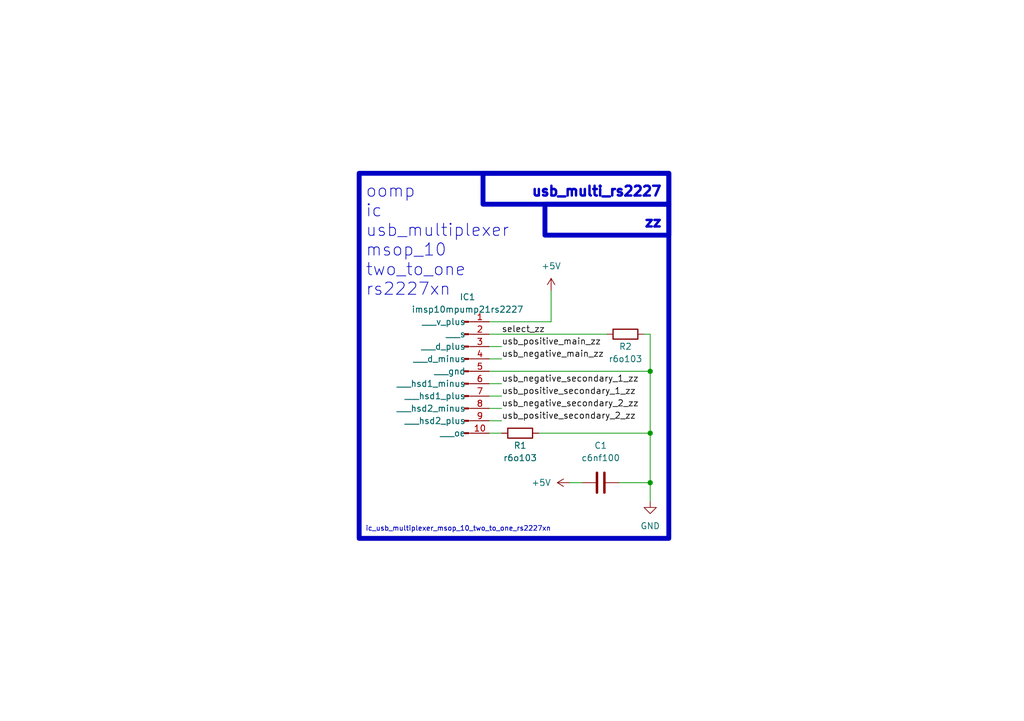
<source format=kicad_sch>
(kicad_sch (version 20230121) (generator eeschema)
  (paper "A5")
  (lib_symbols
    (symbol "oomlout_oomp_part_symbols:c6nf100_electronic_capacitor_0603_100_nano_farad" (pin_numbers hide) (pin_names (offset 0.254))
      (property "Reference" "C" (at 0.635 2.54 0))
      (property "Value" "c6nf100_electronic_capacitor_0603_100_nano_farad" (at 0.635 -2.54 0))
      (symbol "c6nf100_electronic_capacitor_0603_100_nano_farad_0_1"
        (polyline (pts (xy -2.032 -0.762) (xy 2.032 -0.762)) (stroke (width 0.508)))
        (polyline (pts (xy -2.032 0.762) (xy 2.032 0.762)) (stroke (width 0.508)))
      )
      (symbol "c6nf100_electronic_capacitor_0603_100_nano_farad_1_1"
        (pin passive line (at 0 3.81 270) (length 2.794) (name "~") (number "1"))
        (pin passive line (at 0 -3.81 90) (length 2.794) (name "~") (number "2"))
      )
    )
    (symbol "oomlout_oomp_part_symbols:imsp10mpump21rs2227_electronic_ic_msop_10_multiplexer_usb_multiplexer_two_to_one_jiangsu_runic_tech_rs2227xn" (pin_names (offset 1.016))
      (property "Reference" "U" (at 0 12.7 0))
      (property "Value" "imsp10mpump21rs2227_electronic_ic_msop_10_multiplexer_usb_multiplexer_two_to_one_jiangsu_runic_tech_rs2227xn" (at 0 -15.24 0))
      (symbol "imsp10mpump21rs2227_electronic_ic_msop_10_multiplexer_usb_multiplexer_two_to_one_jiangsu_runic_tech_rs2227xn_1_1"
        (polyline (pts (xy 1.27 -12.7) (xy 0.8636 -12.7)) (stroke (width 0.1524)))
        (polyline (pts (xy 1.27 -10.16) (xy 0.8636 -10.16)) (stroke (width 0.1524)))
        (polyline (pts (xy 1.27 -7.62) (xy 0.8636 -7.62)) (stroke (width 0.1524)))
        (polyline (pts (xy 1.27 -5.08) (xy 0.8636 -5.08)) (stroke (width 0.1524)))
        (polyline (pts (xy 1.27 -2.54) (xy 0.8636 -2.54)) (stroke (width 0.1524)))
        (polyline (pts (xy 1.27 0) (xy 0.8636 0)) (stroke (width 0.1524)))
        (polyline (pts (xy 1.27 2.54) (xy 0.8636 2.54)) (stroke (width 0.1524)))
        (polyline (pts (xy 1.27 5.08) (xy 0.8636 5.08)) (stroke (width 0.1524)))
        (polyline (pts (xy 1.27 7.62) (xy 0.8636 7.62)) (stroke (width 0.1524)))
        (polyline (pts (xy 1.27 10.16) (xy 0.8636 10.16)) (stroke (width 0.1524)))
        (rectangle (start 0.8636 -12.573) (end 0 -12.827) (stroke (width 0.1524)) (fill (type outline)))
        (rectangle (start 0.8636 -10.033) (end 0 -10.287) (stroke (width 0.1524)) (fill (type outline)))
        (rectangle (start 0.8636 -7.493) (end 0 -7.747) (stroke (width 0.1524)) (fill (type outline)))
        (rectangle (start 0.8636 -4.953) (end 0 -5.207) (stroke (width 0.1524)) (fill (type outline)))
        (rectangle (start 0.8636 -2.413) (end 0 -2.667) (stroke (width 0.1524)) (fill (type outline)))
        (rectangle (start 0.8636 0.127) (end 0 -0.127) (stroke (width 0.1524)) (fill (type outline)))
        (rectangle (start 0.8636 2.667) (end 0 2.413) (stroke (width 0.1524)) (fill (type outline)))
        (rectangle (start 0.8636 5.207) (end 0 4.953) (stroke (width 0.1524)) (fill (type outline)))
        (rectangle (start 0.8636 7.747) (end 0 7.493) (stroke (width 0.1524)) (fill (type outline)))
        (rectangle (start 0.8636 10.287) (end 0 10.033) (stroke (width 0.1524)) (fill (type outline)))
        (pin passive line (at 5.08 10.16 180) (length 3.81) (name "___v_plus") (number "1"))
        (pin passive line (at 5.08 -12.7 180) (length 3.81) (name "___oe") (number "10"))
        (pin passive line (at 5.08 7.62 180) (length 3.81) (name "___s") (number "2"))
        (pin passive line (at 5.08 5.08 180) (length 3.81) (name "___d_plus") (number "3"))
        (pin passive line (at 5.08 2.54 180) (length 3.81) (name "___d_minus") (number "4"))
        (pin passive line (at 5.08 0 180) (length 3.81) (name "___gnd") (number "5"))
        (pin passive line (at 5.08 -2.54 180) (length 3.81) (name "___hsd1_minus") (number "6"))
        (pin passive line (at 5.08 -5.08 180) (length 3.81) (name "___hsd1_plus") (number "7"))
        (pin passive line (at 5.08 -7.62 180) (length 3.81) (name "___hsd2_minus") (number "8"))
        (pin passive line (at 5.08 -10.16 180) (length 3.81) (name "___hsd2_plus") (number "9"))
      )
    )
    (symbol "oomlout_oomp_part_symbols:r6o103_electronic_resistor_0603_10000_ohm" (pin_numbers hide) (pin_names (offset 0))
      (property "Reference" "R" (at 2.032 0 90))
      (property "Value" "r6o103_electronic_resistor_0603_10000_ohm" (at 0 0 90))
      (symbol "r6o103_electronic_resistor_0603_10000_ohm_0_1"
        (rectangle (start -1.016 -2.54) (end 1.016 2.54) (stroke (width 0.254)))
      )
      (symbol "r6o103_electronic_resistor_0603_10000_ohm_1_1"
        (pin passive line (at 0 3.81 270) (length 1.27) (name "~") (number "1"))
        (pin passive line (at 0 -3.81 90) (length 1.27) (name "~") (number "2"))
      )
    )
    (symbol "power:+5V" (power) (pin_names (offset 0))
      (property "Value" "+5V" (at 0 3.556 0))
      (symbol "+5V_0_1"
        (polyline (pts (xy -0.762 1.27) (xy 0 2.54)))
        (polyline (pts (xy 0 0) (xy 0 2.54)))
        (polyline (pts (xy 0 2.54) (xy 0.762 1.27)))
      )
      (symbol "+5V_1_1"
        (pin power_in line (at 0 0 90) (length 0) hide (name "+5V") (number "1"))
      )
    )
    (symbol "power:GND" (power) (pin_names (offset 0))
      (property "Value" "GND" (at 0 -3.81 0))
      (symbol "GND_0_1"
        (polyline (pts (xy 0 0) (xy 0 -1.27) (xy 1.27 -1.27) (xy 0 -2.54) (xy -1.27 -1.27) (xy 0 -1.27)))
      )
      (symbol "GND_1_1"
        (pin power_in line (at 0 0 270) (length 0) hide (name "GND") (number "1"))
      )
    )
  )
  (junction (at 133.35 88.9))
  (junction (at 133.35 76.2))
  (junction (at 133.35 99.06))
  (wire (pts (xy 133.35 99.06) (xy 133.35 102.87)))
  (wire (pts (xy 100.33 68.58) (xy 124.46 68.58)))
  (wire (pts (xy 113.03 66.04) (xy 100.33 66.04)))
  (wire (pts (xy 133.35 68.58) (xy 133.35 76.2)))
  (wire (pts (xy 116.84 99.06) (xy 119.38 99.06)))
  (wire (pts (xy 100.33 86.36) (xy 102.87 86.36)))
  (wire (pts (xy 100.33 81.28) (xy 102.87 81.28)))
  (wire (pts (xy 110.49 88.9) (xy 133.35 88.9)))
  (wire (pts (xy 100.33 83.82) (xy 102.87 83.82)))
  (wire (pts (xy 100.33 71.12) (xy 102.87 71.12)))
  (wire (pts (xy 113.03 59.69) (xy 113.03 66.04)))
  (wire (pts (xy 133.35 88.9) (xy 133.35 99.06)))
  (wire (pts (xy 127 99.06) (xy 133.35 99.06)))
  (wire (pts (xy 100.33 78.74) (xy 102.87 78.74)))
  (wire (pts (xy 133.35 76.2) (xy 133.35 88.9)))
  (wire (pts (xy 132.08 68.58) (xy 133.35 68.58)))
  (wire (pts (xy 100.33 76.2) (xy 133.35 76.2)))
  (wire (pts (xy 100.33 88.9) (xy 102.87 88.9)))
  (wire (pts (xy 100.33 73.66) (xy 102.87 73.66)))
  (rectangle (start 111.76 41.91) (end 137.16 48.26) (stroke (width 1)))
  (rectangle (start 99.06 35.56) (end 137.16 41.91) (stroke (width 1)))
  (rectangle (start 73.66 35.56) (end 137.16 110.49) (stroke (width 1)))
  (text "oomp\nic\nusb_multiplexer\nmsop_10\ntwo_to_one\nrs2227xn" (at 74.93 60.96 0) (effects (font (size 2.5 2.5)) (justify left bottom)))
  (text "ic_usb_multiplexer_msop_10_two_to_one_rs2227xn" (at 74.93 109.22 0) (effects (font (size 1 1)) (justify left bottom)))
  (text "usb_multi_rs2227" (at 135.89 40.64 0) (effects (font (size 2 2) (thickness 0.8) bold) (justify right bottom)))
  (text "zz" (at 135.89 46.99 0) (effects (font (size 2 2) (thickness 0.8) bold) (justify right bottom)))
  (label "usb_positive_secondary_1_zz" (at 102.87 81.28 0))
  (label "usb_negative_main_zz" (at 102.87 73.66 0))
  (label "usb_negative_secondary_1_zz" (at 102.87 78.74 0))
  (label "usb_positive_secondary_2_zz" (at 102.87 86.36 0))
  (label "usb_negative_secondary_2_zz" (at 102.87 83.82 0))
  (label "usb_positive_main_zz" (at 102.87 71.12 0))
  (label "select_zz" (at 102.87 68.58 0))
  (symbol (lib_id "oomlout_oomp_part_symbols:r6o103_electronic_resistor_0603_10000_ohm") (at 128.27 68.58 90) (unit 1)
    (property "Reference" "R2" (at 128.27 71.12 90))
    (property "Value" "r6o103" (at 128.27 73.66 90))
    (property "Footprint" "oomlout_oomp_part_footprints:r6o103_electronic_resistor_0603_10000_ohm" (effects hide))
    (property "Datasheet" "https://github.com/oomlout/oomlout_oomp_v3/parts/electronic_resistor_0603_10000_ohm/datasheet.pdf" (effects hide))
  )
  (symbol (lib_id "oomlout_oomp_part_symbols:imsp10mpump21rs2227_electronic_ic_msop_10_multiplexer_usb_multiplexer_two_to_one_jiangsu_runic_tech_rs2227xn") (at 95.25 76.2 0) (unit 1)
    (property "Reference" "IC1" (at 95.885 60.96 0))
    (property "Value" "imsp10mpump21rs2227" (at 95.885 63.5 0))
    (property "Footprint" "oomlout_oomp_part_footprints:imsp10mpump21rs2227_electronic_ic_msop_10_multiplexer_usb_multiplexer_two_to_one_jiangsu_runic_tech_rs2227xn" (effects hide))
    (property "Datasheet" "https://github.com/oomlout/oomlout_oomp_v3/parts/electronic_ic_msop_10_multiplexer_usb_multiplexer_two_to_one_jiangsu_runic_tech_rs2227xn/datasheet.pdf" (effects hide))
  )
  (symbol (lib_id "power:+5V") (at 116.84 99.06 90) (unit 1)
    (property "Reference" "#PWR02" (effects hide))
    (property "Value" "+5V" (at 113.03 99.06 90) (effects (justify left)))
  )
  (symbol (lib_id "oomlout_oomp_part_symbols:r6o103_electronic_resistor_0603_10000_ohm") (at 106.68 88.9 90) (unit 1)
    (property "Reference" "R1" (at 106.68 91.44 90))
    (property "Value" "r6o103" (at 106.68 93.98 90))
    (property "Footprint" "oomlout_oomp_part_footprints:r6o103_electronic_resistor_0603_10000_ohm" (effects hide))
    (property "Datasheet" "https://github.com/oomlout/oomlout_oomp_v3/parts/electronic_resistor_0603_10000_ohm/datasheet.pdf" (effects hide))
  )
  (symbol (lib_id "oomlout_oomp_part_symbols:c6nf100_electronic_capacitor_0603_100_nano_farad") (at 123.19 99.06 90) (unit 1)
    (property "Reference" "C1" (at 123.19 91.44 90))
    (property "Value" "c6nf100" (at 123.19 93.98 90))
    (property "Footprint" "oomlout_oomp_part_footprints:c6nf100_electronic_capacitor_0603_100_nano_farad" (effects hide))
    (property "Datasheet" "https://github.com/oomlout/oomlout_oomp_v3/parts/electronic_capacitor_0603_100_nano_farad/datasheet.pdf" (effects hide))
  )
  (symbol (lib_id "power:+5V") (at 113.03 59.69 0) (unit 1)
    (property "Reference" "#PWR01" (effects hide))
    (property "Value" "+5V" (at 113.03 54.61 0))
  )
  (symbol (lib_id "power:GND") (at 133.35 102.87 0) (unit 1)
    (property "Reference" "#PWR03" (effects hide))
    (property "Value" "GND" (at 133.35 107.95 0))
  )
)
</source>
